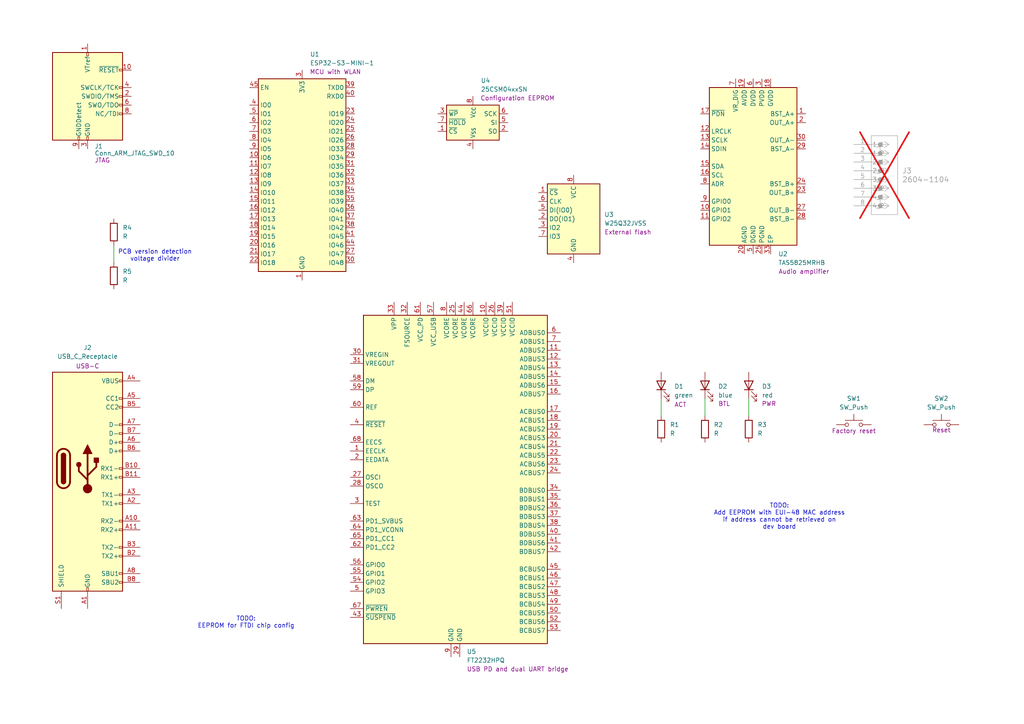
<source format=kicad_sch>
(kicad_sch (version 20231120) (generator "eeschema") (generator_version "8.0")
  (paper "A4")
  (title_block (title "soundbox"))
  (lib_symbols
    (symbol "Amplifier_Audio:TAS5825MRHB"
      (property "Reference" "U" (at -11.43 24.13 0))
      (property "Value" "TAS5825MRHB" (at 13.97 24.13 0))
      (symbol "TAS5825MRHB_0_1"
        (rectangle (start -12.7 22.86) (end 12.7 -22.86) (stroke (width 0.254)) (fill (type background)))
      )
      (symbol "TAS5825MRHB_1_1"
        (pin passive line (at 15.24 15.24 180) (length 2.54) (name "BST_A+") (number "1"))
        (pin bidirectional line (at -15.24 -12.7 0) (length 2.54) (name "GPIO1") (number "10"))
        (pin bidirectional line (at -15.24 -15.24 0) (length 2.54) (name "GPIO2") (number "11"))
        (pin input line (at -15.24 10.16 0) (length 2.54) (name "LRCLK") (number "12"))
        (pin input line (at -15.24 7.62 0) (length 2.54) (name "SCLK") (number "13"))
        (pin input line (at -15.24 5.08 0) (length 2.54) (name "SDIN") (number "14"))
        (pin bidirectional line (at -15.24 0 0) (length 2.54) (name "SDA") (number "15"))
        (pin input line (at -15.24 -2.54 0) (length 2.54) (name "SCL") (number "16"))
        (pin input line (at -15.24 15.24 0) (length 2.54) (name "~{PDN}") (number "17"))
        (pin passive line (at 5.08 25.4 270) (length 2.54) (name "GVDD") (number "18"))
        (pin passive line (at -2.54 25.4 270) (length 2.54) (name "AVDD") (number "19"))
        (pin output line (at 15.24 12.7 180) (length 2.54) (name "OUT_A+") (number "2"))
        (pin power_in line (at -2.54 -25.4 90) (length 2.54) (name "AGND") (number "20"))
        (pin passive line (at 2.54 25.4 270) (length 2.54) hide (name "PVDD") (number "21"))
        (pin passive line (at 2.54 25.4 270) (length 2.54) hide (name "PVDD") (number "22"))
        (pin output line (at 15.24 -7.62 180) (length 2.54) (name "OUT_B+") (number "23"))
        (pin passive line (at 15.24 -5.08 180) (length 2.54) (name "BST_B+") (number "24"))
        (pin power_in line (at 2.54 -25.4 90) (length 2.54) (name "PGND") (number "25"))
        (pin passive line (at 2.54 -25.4 90) (length 2.54) hide (name "PGND") (number "26"))
        (pin output line (at 15.24 -12.7 180) (length 2.54) (name "OUT_B-") (number "27"))
        (pin passive line (at 15.24 -15.24 180) (length 2.54) (name "BST_B-") (number "28"))
        (pin passive line (at 15.24 5.08 180) (length 2.54) (name "BST_A-") (number "29"))
        (pin power_in line (at 2.54 25.4 270) (length 2.54) (name "PVDD") (number "3"))
        (pin output line (at 15.24 7.62 180) (length 2.54) (name "OUT_A-") (number "30"))
        (pin passive line (at 2.54 -25.4 90) (length 2.54) hide (name "PGND") (number "31"))
        (pin passive line (at 2.54 -25.4 90) (length 2.54) hide (name "PGND") (number "32"))
        (pin passive line (at 5.08 -25.4 90) (length 2.54) (name "EP") (number "33"))
        (pin passive line (at 2.54 25.4 270) (length 2.54) hide (name "PVDD") (number "4"))
        (pin power_in line (at 0 -25.4 90) (length 2.54) (name "DGND") (number "5"))
        (pin power_in line (at 0 25.4 270) (length 2.54) (name "DVDD") (number "6"))
        (pin passive line (at -5.08 25.4 270) (length 2.54) (name "VR_DIG") (number "7"))
        (pin passive line (at -15.24 -5.08 0) (length 2.54) (name "ADR") (number "8"))
        (pin bidirectional line (at -15.24 -10.16 0) (length 2.54) (name "GPIO0") (number "9"))
      )
    )
    (symbol "Connector:Conn_ARM_JTAG_SWD_10" (pin_names (offset 1.016))
      (property "Reference" "J" (at -2.54 16.51 0))
      (property "Value" "Conn_ARM_JTAG_SWD_10" (at -2.54 13.97 0))
      (symbol "Conn_ARM_JTAG_SWD_10_0_1"
        (rectangle (start -10.16 12.7) (end 10.16 -12.7) (stroke (width 0.254)) (fill (type background)))
        (rectangle (start -2.794 -12.7) (end -2.286 -11.684))
        (rectangle (start -0.254 -12.7) (end 0.254 -11.684))
        (rectangle (start -0.254 12.7) (end 0.254 11.684))
        (rectangle (start 9.144 2.286) (end 10.16 2.794))
        (rectangle (start 10.16 -2.794) (end 9.144 -2.286))
        (rectangle (start 10.16 -0.254) (end 9.144 0.254))
        (rectangle (start 10.16 7.874) (end 9.144 7.366))
      )
      (symbol "Conn_ARM_JTAG_SWD_10_1_1"
        (rectangle (start 9.144 -5.334) (end 10.16 -4.826))
        (pin power_in line (at 0 15.24 270) (length 2.54) (name "VTref") (number "1"))
        (pin open_collector line (at 12.7 7.62 180) (length 2.54) (name "~{RESET}") (number "10"))
        (pin bidirectional line (at 12.7 0 180) (length 2.54) (name "SWDIO/TMS") (number "2"))
        (pin power_in line (at 0 -15.24 90) (length 2.54) (name "GND") (number "3"))
        (pin output line (at 12.7 2.54 180) (length 2.54) (name "SWCLK/TCK") (number "4"))
        (pin passive line (at 0 -15.24 90) (length 2.54) hide (name "GND") (number "5"))
        (pin input line (at 12.7 -2.54 180) (length 2.54) (name "SWO/TDO") (number "6"))
        (pin no_connect line (at -10.16 0 0) (length 2.54) hide (name "KEY") (number "7"))
        (pin output line (at 12.7 -5.08 180) (length 2.54) (name "NC/TDI") (number "8"))
        (pin passive line (at -2.54 -15.24 90) (length 2.54) (name "GNDDetect") (number "9"))
      )
    )
    (symbol "Connector:USB_C_Receptacle" (pin_names (offset 1.016))
      (property "Reference" "J" (at -10.16 29.21 0))
      (property "Value" "USB_C_Receptacle" (at 10.16 29.21 0))
      (symbol "USB_C_Receptacle_0_0"
        (rectangle (start -0.254 -35.56) (end 0.254 -34.544))
        (rectangle (start 10.16 -32.766) (end 9.144 -33.274))
        (rectangle (start 10.16 -30.226) (end 9.144 -30.734))
        (rectangle (start 10.16 -25.146) (end 9.144 -25.654))
        (rectangle (start 10.16 -22.606) (end 9.144 -23.114))
        (rectangle (start 10.16 -17.526) (end 9.144 -18.034))
        (rectangle (start 10.16 -14.986) (end 9.144 -15.494))
        (rectangle (start 10.16 -9.906) (end 9.144 -10.414))
        (rectangle (start 10.16 -7.366) (end 9.144 -7.874))
        (rectangle (start 10.16 -2.286) (end 9.144 -2.794))
        (rectangle (start 10.16 0.254) (end 9.144 -0.254))
        (rectangle (start 10.16 5.334) (end 9.144 4.826))
        (rectangle (start 10.16 7.874) (end 9.144 7.366))
        (rectangle (start 10.16 10.414) (end 9.144 9.906))
        (rectangle (start 10.16 12.954) (end 9.144 12.446))
        (rectangle (start 10.16 18.034) (end 9.144 17.526))
        (rectangle (start 10.16 20.574) (end 9.144 20.066))
        (rectangle (start 10.16 25.654) (end 9.144 25.146))
      )
      (symbol "USB_C_Receptacle_0_1"
        (rectangle (start -10.16 27.94) (end 10.16 -35.56) (stroke (width 0.254)) (fill (type background)))
        (arc (start -8.89 -3.81) (mid -6.985 -5.7067) (end -5.08 -3.81) (stroke (width 0.508)))
        (arc (start -7.62 -3.81) (mid -6.985 -4.4423) (end -6.35 -3.81) (stroke (width 0.254)))
        (arc (start -7.62 -3.81) (mid -6.985 -4.4423) (end -6.35 -3.81) (stroke (width 0.254)) (fill (type outline)))
        (rectangle (start -7.62 -3.81) (end -6.35 3.81) (stroke (width 0.254)) (fill (type outline)))
        (arc (start -6.35 3.81) (mid -6.985 4.4423) (end -7.62 3.81) (stroke (width 0.254)))
        (arc (start -6.35 3.81) (mid -6.985 4.4423) (end -7.62 3.81) (stroke (width 0.254)) (fill (type outline)))
        (arc (start -5.08 3.81) (mid -6.985 5.7067) (end -8.89 3.81) (stroke (width 0.508)))
        (polyline (pts (xy -8.89 -3.81) (xy -8.89 3.81)) (stroke (width 0.508)))
        (polyline (pts (xy -5.08 3.81) (xy -5.08 -3.81)) (stroke (width 0.508)))
      )
      (symbol "USB_C_Receptacle_1_1"
        (circle (center -2.54 1.143) (radius 0.635) (stroke (width 0.254)) (fill (type outline)))
        (circle (center 0 -5.842) (radius 1.27) (fill (type outline)))
        (polyline (pts (xy 0 -5.842) (xy 0 4.318)) (stroke (width 0.508)))
        (polyline (pts (xy 0 -3.302) (xy -2.54 -0.762) (xy -2.54 0.508)) (stroke (width 0.508)))
        (polyline (pts (xy 0 -2.032) (xy 2.54 0.508) (xy 2.54 1.778)) (stroke (width 0.508)))
        (polyline (pts (xy -1.27 4.318) (xy 0 6.858) (xy 1.27 4.318) (xy -1.27 4.318)) (stroke (width 0.254)) (fill (type outline)))
        (rectangle (start 1.905 1.778) (end 3.175 3.048) (stroke (width 0.254)) (fill (type outline)))
        (pin passive line (at 0 -40.64 90) (length 5.08) (name "GND") (number "A1"))
        (pin bidirectional line (at 15.24 -15.24 180) (length 5.08) (name "RX2-") (number "A10"))
        (pin bidirectional line (at 15.24 -17.78 180) (length 5.08) (name "RX2+") (number "A11"))
        (pin passive line (at 0 -40.64 90) (length 5.08) hide (name "GND") (number "A12"))
        (pin bidirectional line (at 15.24 -10.16 180) (length 5.08) (name "TX1+") (number "A2"))
        (pin bidirectional line (at 15.24 -7.62 180) (length 5.08) (name "TX1-") (number "A3"))
        (pin passive line (at 15.24 25.4 180) (length 5.08) (name "VBUS") (number "A4"))
        (pin bidirectional line (at 15.24 20.32 180) (length 5.08) (name "CC1") (number "A5"))
        (pin bidirectional line (at 15.24 7.62 180) (length 5.08) (name "D+") (number "A6"))
        (pin bidirectional line (at 15.24 12.7 180) (length 5.08) (name "D-") (number "A7"))
        (pin bidirectional line (at 15.24 -30.48 180) (length 5.08) (name "SBU1") (number "A8"))
        (pin passive line (at 15.24 25.4 180) (length 5.08) hide (name "VBUS") (number "A9"))
        (pin passive line (at 0 -40.64 90) (length 5.08) hide (name "GND") (number "B1"))
        (pin bidirectional line (at 15.24 0 180) (length 5.08) (name "RX1-") (number "B10"))
        (pin bidirectional line (at 15.24 -2.54 180) (length 5.08) (name "RX1+") (number "B11"))
        (pin passive line (at 0 -40.64 90) (length 5.08) hide (name "GND") (number "B12"))
        (pin bidirectional line (at 15.24 -25.4 180) (length 5.08) (name "TX2+") (number "B2"))
        (pin bidirectional line (at 15.24 -22.86 180) (length 5.08) (name "TX2-") (number "B3"))
        (pin passive line (at 15.24 25.4 180) (length 5.08) hide (name "VBUS") (number "B4"))
        (pin bidirectional line (at 15.24 17.78 180) (length 5.08) (name "CC2") (number "B5"))
        (pin bidirectional line (at 15.24 5.08 180) (length 5.08) (name "D+") (number "B6"))
        (pin bidirectional line (at 15.24 10.16 180) (length 5.08) (name "D-") (number "B7"))
        (pin bidirectional line (at 15.24 -33.02 180) (length 5.08) (name "SBU2") (number "B8"))
        (pin passive line (at 15.24 25.4 180) (length 5.08) hide (name "VBUS") (number "B9"))
        (pin passive line (at -7.62 -40.64 90) (length 5.08) (name "SHIELD") (number "S1"))
      )
    )
    (symbol "Device:LED" (pin_numbers hide) (pin_names (offset 1.016) hide)
      (property "Reference" "D" (at 0 2.54 0))
      (property "Value" "LED" (at 0 -2.54 0))
      (symbol "LED_0_1"
        (polyline (pts (xy -1.27 -1.27) (xy -1.27 1.27)) (stroke (width 0.254)))
        (polyline (pts (xy -1.27 0) (xy 1.27 0)))
        (polyline (pts (xy 1.27 -1.27) (xy 1.27 1.27) (xy -1.27 0) (xy 1.27 -1.27)) (stroke (width 0.254)))
        (polyline (pts (xy -3.048 -0.762) (xy -4.572 -2.286) (xy -3.81 -2.286) (xy -4.572 -2.286) (xy -4.572 -1.524)))
        (polyline (pts (xy -1.778 -0.762) (xy -3.302 -2.286) (xy -2.54 -2.286) (xy -3.302 -2.286) (xy -3.302 -1.524)))
      )
      (symbol "LED_1_1"
        (pin passive line (at -3.81 0 0) (length 2.54) (name "K") (number "1"))
        (pin passive line (at 3.81 0 180) (length 2.54) (name "A") (number "2"))
      )
    )
    (symbol "Device:R" (pin_numbers hide) (pin_names (offset 0))
      (property "Reference" "R" (at 2.032 0 90))
      (property "Value" "R" (at 0 0 90))
      (symbol "R_0_1"
        (rectangle (start -1.016 -2.54) (end 1.016 2.54) (stroke (width 0.254)))
      )
      (symbol "R_1_1"
        (pin passive line (at 0 3.81 270) (length 1.27) (name "~") (number "1"))
        (pin passive line (at 0 -3.81 90) (length 1.27) (name "~") (number "2"))
      )
    )
    (symbol "Memory_EEPROM:25CSM04xxSN"
      (property "Reference" "U3" (at 1.9559 8.89 0))
      (property "Value" "25CSM04xxSN" (at 1.9559 6.35 0))
      (symbol "25CSM04xxSN_1_1"
        (rectangle (start -7.62 5.08) (end 7.62 -5.08) (stroke (width 0.254)) (fill (type background)))
        (pin input line (at -10.16 -2.54 0) (length 2.54) (name "~{CS}") (number "1"))
        (pin tri_state line (at 10.16 -2.54 180) (length 2.54) (name "SO") (number "2"))
        (pin input line (at -10.16 2.54 0) (length 2.54) (name "~{WP}") (number "3"))
        (pin power_in line (at 0 -7.62 90) (length 2.54) (name "V_{SS}") (number "4"))
        (pin input line (at 10.16 0 180) (length 2.54) (name "SI") (number "5"))
        (pin input line (at 10.16 2.54 180) (length 2.54) (name "SCK") (number "6"))
        (pin input line (at -10.16 0 0) (length 2.54) (name "~{HOLD}") (number "7"))
        (pin power_in line (at 0 7.62 270) (length 2.54) (name "V_{CC}") (number "8"))
      )
    )
    (symbol "Memory_Flash:W25Q32JVSS"
      (property "Reference" "U" (at -6.35 11.43 0))
      (property "Value" "W25Q32JVSS" (at 7.62 11.43 0))
      (symbol "W25Q32JVSS_0_1"
        (rectangle (start -7.62 10.16) (end 7.62 -10.16) (stroke (width 0.254)) (fill (type background)))
      )
      (symbol "W25Q32JVSS_1_1"
        (pin input line (at -10.16 7.62 0) (length 2.54) (name "~{CS}") (number "1"))
        (pin bidirectional line (at -10.16 0 0) (length 2.54) (name "DO(IO1)") (number "2"))
        (pin bidirectional line (at -10.16 -2.54 0) (length 2.54) (name "IO2") (number "3"))
        (pin power_in line (at 0 -12.7 90) (length 2.54) (name "GND") (number "4"))
        (pin bidirectional line (at -10.16 2.54 0) (length 2.54) (name "DI(IO0)") (number "5"))
        (pin input line (at -10.16 5.08 0) (length 2.54) (name "CLK") (number "6"))
        (pin bidirectional line (at -10.16 -5.08 0) (length 2.54) (name "IO3") (number "7"))
        (pin power_in line (at 0 12.7 270) (length 2.54) (name "VCC") (number "8"))
      )
    )
    (symbol "RF_Module:ESP32-S3-MINI-1"
      (property "Reference" "U" (at -11.43 29.21 0))
      (property "Value" "ESP32-S3-MINI-1" (at 12.7 29.21 0))
      (symbol "ESP32-S3-MINI-1_0_1"
        (rectangle (start -12.7 27.94) (end 12.7 -27.94) (stroke (width 0.254)) (fill (type background)))
      )
      (symbol "ESP32-S3-MINI-1_1_1"
        (pin power_in line (at 0 -30.48 90) (length 2.54) (name "GND") (number "1"))
        (pin bidirectional line (at -15.24 5.08 0) (length 2.54) (name "IO6") (number "10"))
        (pin bidirectional line (at -15.24 2.54 0) (length 2.54) (name "IO7") (number "11"))
        (pin bidirectional line (at -15.24 0 0) (length 2.54) (name "IO8") (number "12"))
        (pin bidirectional line (at -15.24 -2.54 0) (length 2.54) (name "IO9") (number "13"))
        (pin bidirectional line (at -15.24 -5.08 0) (length 2.54) (name "IO10") (number "14"))
        (pin bidirectional line (at -15.24 -7.62 0) (length 2.54) (name "IO11") (number "15"))
        (pin bidirectional line (at -15.24 -10.16 0) (length 2.54) (name "IO12") (number "16"))
        (pin bidirectional line (at -15.24 -12.7 0) (length 2.54) (name "IO13") (number "17"))
        (pin bidirectional line (at -15.24 -15.24 0) (length 2.54) (name "IO14") (number "18"))
        (pin bidirectional line (at -15.24 -17.78 0) (length 2.54) (name "IO15") (number "19"))
        (pin passive line (at 0 -30.48 90) (length 2.54) hide (name "GND") (number "2"))
        (pin bidirectional line (at -15.24 -20.32 0) (length 2.54) (name "IO16") (number "20"))
        (pin bidirectional line (at -15.24 -22.86 0) (length 2.54) (name "IO17") (number "21"))
        (pin bidirectional line (at -15.24 -25.4 0) (length 2.54) (name "IO18") (number "22"))
        (pin bidirectional line (at 15.24 17.78 180) (length 2.54) (name "IO19") (number "23"))
        (pin bidirectional line (at 15.24 15.24 180) (length 2.54) (name "IO20") (number "24"))
        (pin bidirectional line (at 15.24 12.7 180) (length 2.54) (name "IO21") (number "25"))
        (pin bidirectional line (at 15.24 10.16 180) (length 2.54) (name "IO26") (number "26"))
        (pin bidirectional line (at 15.24 -22.86 180) (length 2.54) (name "IO47") (number "27"))
        (pin bidirectional line (at 15.24 7.62 180) (length 2.54) (name "IO33") (number "28"))
        (pin bidirectional line (at 15.24 5.08 180) (length 2.54) (name "IO34") (number "29"))
        (pin power_in line (at 0 30.48 270) (length 2.54) (name "3V3") (number "3"))
        (pin bidirectional line (at 15.24 -25.4 180) (length 2.54) (name "IO48") (number "30"))
        (pin bidirectional line (at 15.24 2.54 180) (length 2.54) (name "IO35") (number "31"))
        (pin bidirectional line (at 15.24 0 180) (length 2.54) (name "IO36") (number "32"))
        (pin bidirectional line (at 15.24 -2.54 180) (length 2.54) (name "IO37") (number "33"))
        (pin bidirectional line (at 15.24 -5.08 180) (length 2.54) (name "IO38") (number "34"))
        (pin bidirectional line (at 15.24 -7.62 180) (length 2.54) (name "IO39") (number "35"))
        (pin bidirectional line (at 15.24 -10.16 180) (length 2.54) (name "IO40") (number "36"))
        (pin bidirectional line (at 15.24 -12.7 180) (length 2.54) (name "IO41") (number "37"))
        (pin bidirectional line (at 15.24 -15.24 180) (length 2.54) (name "IO42") (number "38"))
        (pin bidirectional line (at 15.24 25.4 180) (length 2.54) (name "TXD0") (number "39"))
        (pin bidirectional line (at -15.24 20.32 0) (length 2.54) (name "IO0") (number "4"))
        (pin bidirectional line (at 15.24 22.86 180) (length 2.54) (name "RXD0") (number "40"))
        (pin bidirectional line (at 15.24 -17.78 180) (length 2.54) (name "IO45") (number "41"))
        (pin passive line (at 0 -30.48 90) (length 2.54) hide (name "GND") (number "42"))
        (pin passive line (at 0 -30.48 90) (length 2.54) hide (name "GND") (number "43"))
        (pin bidirectional line (at 15.24 -20.32 180) (length 2.54) (name "IO46") (number "44"))
        (pin input line (at -15.24 25.4 0) (length 2.54) (name "EN") (number "45"))
        (pin passive line (at 0 -30.48 90) (length 2.54) hide (name "GND") (number "46"))
        (pin passive line (at 0 -30.48 90) (length 2.54) hide (name "GND") (number "47"))
        (pin passive line (at 0 -30.48 90) (length 2.54) hide (name "GND") (number "48"))
        (pin passive line (at 0 -30.48 90) (length 2.54) hide (name "GND") (number "49"))
        (pin bidirectional line (at -15.24 17.78 0) (length 2.54) (name "IO1") (number "5"))
        (pin passive line (at 0 -30.48 90) (length 2.54) hide (name "GND") (number "50"))
        (pin passive line (at 0 -30.48 90) (length 2.54) hide (name "GND") (number "51"))
        (pin passive line (at 0 -30.48 90) (length 2.54) hide (name "GND") (number "52"))
        (pin passive line (at 0 -30.48 90) (length 2.54) hide (name "GND") (number "53"))
        (pin passive line (at 0 -30.48 90) (length 2.54) hide (name "GND") (number "54"))
        (pin passive line (at 0 -30.48 90) (length 2.54) hide (name "GND") (number "55"))
        (pin passive line (at 0 -30.48 90) (length 2.54) hide (name "GND") (number "56"))
        (pin passive line (at 0 -30.48 90) (length 2.54) hide (name "GND") (number "57"))
        (pin passive line (at 0 -30.48 90) (length 2.54) hide (name "GND") (number "58"))
        (pin passive line (at 0 -30.48 90) (length 2.54) hide (name "GND") (number "59"))
        (pin bidirectional line (at -15.24 15.24 0) (length 2.54) (name "IO2") (number "6"))
        (pin passive line (at 0 -30.48 90) (length 2.54) hide (name "GND") (number "60"))
        (pin passive line (at 0 -30.48 90) (length 2.54) hide (name "GND") (number "61"))
        (pin passive line (at 0 -30.48 90) (length 2.54) hide (name "GND") (number "62"))
        (pin passive line (at 0 -30.48 90) (length 2.54) hide (name "GND") (number "63"))
        (pin passive line (at 0 -30.48 90) (length 2.54) hide (name "GND") (number "64"))
        (pin passive line (at 0 -30.48 90) (length 2.54) hide (name "GND") (number "65"))
        (pin bidirectional line (at -15.24 12.7 0) (length 2.54) (name "IO3") (number "7"))
        (pin bidirectional line (at -15.24 10.16 0) (length 2.54) (name "IO4") (number "8"))
        (pin bidirectional line (at -15.24 7.62 0) (length 2.54) (name "IO5") (number "9"))
      )
    )
    (symbol "Switch:SW_Push" (pin_numbers hide) (pin_names (offset 1.016) hide)
      (property "Reference" "SW" (at 1.27 2.54 0))
      (property "Value" "SW_Push" (at 0 -1.524 0))
      (symbol "SW_Push_0_1"
        (circle (center -2.032 0) (radius 0.508))
        (polyline (pts (xy 0 1.27) (xy 0 3.048)))
        (polyline (pts (xy 2.54 1.27) (xy -2.54 1.27)))
        (circle (center 2.032 0) (radius 0.508))
        (pin passive line (at -5.08 0 0) (length 2.54) (name "1") (number "1"))
        (pin passive line (at 5.08 0 180) (length 2.54) (name "2") (number "2"))
      )
    )
    (symbol "Ultra_Librarian:2604-1104" (pin_names (offset 0.254))
      (property "Reference" "J" (at 8.89 6.35 0))
      (property "Value" "2604-1104" (at 0 0 0))
      (symbol "2604-1104_1_1"
        (polyline (pts (xy 5.08 -20.32) (xy 12.7 -20.32)) (stroke (width 0.127)))
        (polyline (pts (xy 5.08 2.54) (xy 5.08 -20.32)) (stroke (width 0.127)))
        (polyline (pts (xy 7.62 -15.24) (xy 7.62 -17.78)) (stroke (width 0.127)))
        (polyline (pts (xy 7.62 -10.16) (xy 7.62 -12.7)) (stroke (width 0.127)))
        (polyline (pts (xy 7.62 -5.08) (xy 7.62 -7.62)) (stroke (width 0.127)))
        (polyline (pts (xy 7.62 0) (xy 7.62 -2.54)) (stroke (width 0.127)))
        (polyline (pts (xy 10.16 -17.78) (xy 5.08 -17.78)) (stroke (width 0.127)))
        (polyline (pts (xy 10.16 -17.78) (xy 8.89 -18.6267)) (stroke (width 0.127)))
        (polyline (pts (xy 10.16 -17.78) (xy 8.89 -16.9333)) (stroke (width 0.127)))
        (polyline (pts (xy 10.16 -15.24) (xy 5.08 -15.24)) (stroke (width 0.127)))
        (polyline (pts (xy 10.16 -15.24) (xy 8.89 -16.0867)) (stroke (width 0.127)))
        (polyline (pts (xy 10.16 -15.24) (xy 8.89 -14.3933)) (stroke (width 0.127)))
        (polyline (pts (xy 10.16 -12.7) (xy 5.08 -12.7)) (stroke (width 0.127)))
        (polyline (pts (xy 10.16 -12.7) (xy 8.89 -13.5467)) (stroke (width 0.127)))
        (polyline (pts (xy 10.16 -12.7) (xy 8.89 -11.8533)) (stroke (width 0.127)))
        (polyline (pts (xy 10.16 -10.16) (xy 5.08 -10.16)) (stroke (width 0.127)))
        (polyline (pts (xy 10.16 -10.16) (xy 8.89 -11.0067)) (stroke (width 0.127)))
        (polyline (pts (xy 10.16 -10.16) (xy 8.89 -9.3133)) (stroke (width 0.127)))
        (polyline (pts (xy 10.16 -7.62) (xy 5.08 -7.62)) (stroke (width 0.127)))
        (polyline (pts (xy 10.16 -7.62) (xy 8.89 -8.4667)) (stroke (width 0.127)))
        (polyline (pts (xy 10.16 -7.62) (xy 8.89 -6.7733)) (stroke (width 0.127)))
        (polyline (pts (xy 10.16 -5.08) (xy 5.08 -5.08)) (stroke (width 0.127)))
        (polyline (pts (xy 10.16 -5.08) (xy 8.89 -5.9267)) (stroke (width 0.127)))
        (polyline (pts (xy 10.16 -5.08) (xy 8.89 -4.2333)) (stroke (width 0.127)))
        (polyline (pts (xy 10.16 -2.54) (xy 5.08 -2.54)) (stroke (width 0.127)))
        (polyline (pts (xy 10.16 -2.54) (xy 8.89 -3.3867)) (stroke (width 0.127)))
        (polyline (pts (xy 10.16 -2.54) (xy 8.89 -1.6933)) (stroke (width 0.127)))
        (polyline (pts (xy 10.16 0) (xy 5.08 0)) (stroke (width 0.127)))
        (polyline (pts (xy 10.16 0) (xy 8.89 -0.8467)) (stroke (width 0.127)))
        (polyline (pts (xy 10.16 0) (xy 8.89 0.8467)) (stroke (width 0.127)))
        (polyline (pts (xy 12.7 -20.32) (xy 12.7 2.54)) (stroke (width 0.127)))
        (polyline (pts (xy 12.7 2.54) (xy 5.08 2.54)) (stroke (width 0.127)))
        (circle (center 7.62 -17.78) (radius 0.127) (stroke (width 0.508)))
        (circle (center 7.62 -15.24) (radius 0.127) (stroke (width 0.508)))
        (circle (center 7.62 -12.7) (radius 0.127) (stroke (width 0.508)))
        (circle (center 7.62 -10.16) (radius 0.127) (stroke (width 0.508)))
        (circle (center 7.62 -7.62) (radius 0.127) (stroke (width 0.508)))
        (circle (center 7.62 -5.08) (radius 0.127) (stroke (width 0.508)))
        (circle (center 7.62 -2.54) (radius 0.127) (stroke (width 0.508)))
        (circle (center 7.62 0) (radius 0.127) (stroke (width 0.508)))
        (pin unspecified line (at 0 0 0) (length 5.08) (name "1_1") (number "1"))
        (pin unspecified line (at 0 -2.54 0) (length 5.08) (name "1_2") (number "2"))
        (pin unspecified line (at 0 -5.08 0) (length 5.08) (name "2_1") (number "3"))
        (pin unspecified line (at 0 -7.62 0) (length 5.08) (name "2_2") (number "4"))
        (pin unspecified line (at 0 -10.16 0) (length 5.08) (name "3_1") (number "5"))
        (pin unspecified line (at 0 -12.7 0) (length 5.08) (name "3_2") (number "6"))
        (pin unspecified line (at 0 -15.24 0) (length 5.08) (name "4_1") (number "7"))
        (pin unspecified line (at 0 -17.78 0) (length 5.08) (name "4_2") (number "8"))
      )
      (symbol "2604-1104_1_2"
        (polyline (pts (xy 5.08 -20.32) (xy 12.7 -20.32)) (stroke (width 0.127)))
        (polyline (pts (xy 5.08 2.54) (xy 5.08 -20.32)) (stroke (width 0.127)))
        (polyline (pts (xy 7.62 -15.24) (xy 7.62 -17.78)) (stroke (width 0.127)))
        (polyline (pts (xy 7.62 -10.16) (xy 7.62 -12.7)) (stroke (width 0.127)))
        (polyline (pts (xy 7.62 -5.08) (xy 7.62 -7.62)) (stroke (width 0.127)))
        (polyline (pts (xy 7.62 0) (xy 7.62 -2.54)) (stroke (width 0.127)))
        (polyline (pts (xy 10.16 -17.78) (xy 5.08 -17.78)) (stroke (width 0.127)))
        (polyline (pts (xy 10.16 -17.78) (xy 8.89 -18.6267)) (stroke (width 0.127)))
        (polyline (pts (xy 10.16 -17.78) (xy 8.89 -16.9333)) (stroke (width 0.127)))
        (polyline (pts (xy 10.16 -15.24) (xy 5.08 -15.24)) (stroke (width 0.127)))
        (polyline (pts (xy 10.16 -15.24) (xy 8.89 -16.0867)) (stroke (width 0.127)))
        (polyline (pts (xy 10.16 -15.24) (xy 8.89 -14.3933)) (stroke (width 0.127)))
        (polyline (pts (xy 10.16 -12.7) (xy 5.08 -12.7)) (stroke (width 0.127)))
        (polyline (pts (xy 10.16 -12.7) (xy 8.89 -13.5467)) (stroke (width 0.127)))
        (polyline (pts (xy 10.16 -12.7) (xy 8.89 -11.8533)) (stroke (width 0.127)))
        (polyline (pts (xy 10.16 -10.16) (xy 5.08 -10.16)) (stroke (width 0.127)))
        (polyline (pts (xy 10.16 -10.16) (xy 8.89 -11.0067)) (stroke (width 0.127)))
        (polyline (pts (xy 10.16 -10.16) (xy 8.89 -9.3133)) (stroke (width 0.127)))
        (polyline (pts (xy 10.16 -7.62) (xy 5.08 -7.62)) (stroke (width 0.127)))
        (polyline (pts (xy 10.16 -7.62) (xy 8.89 -8.4667)) (stroke (width 0.127)))
        (polyline (pts (xy 10.16 -7.62) (xy 8.89 -6.7733)) (stroke (width 0.127)))
        (polyline (pts (xy 10.16 -5.08) (xy 5.08 -5.08)) (stroke (width 0.127)))
        (polyline (pts (xy 10.16 -5.08) (xy 8.89 -5.9267)) (stroke (width 0.127)))
        (polyline (pts (xy 10.16 -5.08) (xy 8.89 -4.2333)) (stroke (width 0.127)))
        (polyline (pts (xy 10.16 -2.54) (xy 5.08 -2.54)) (stroke (width 0.127)))
        (polyline (pts (xy 10.16 -2.54) (xy 8.89 -3.3867)) (stroke (width 0.127)))
        (polyline (pts (xy 10.16 -2.54) (xy 8.89 -1.6933)) (stroke (width 0.127)))
        (polyline (pts (xy 10.16 0) (xy 5.08 0)) (stroke (width 0.127)))
        (polyline (pts (xy 10.16 0) (xy 8.89 -0.8467)) (stroke (width 0.127)))
        (polyline (pts (xy 10.16 0) (xy 8.89 0.8467)) (stroke (width 0.127)))
        (polyline (pts (xy 12.7 -20.32) (xy 12.7 2.54)) (stroke (width 0.127)))
        (polyline (pts (xy 12.7 2.54) (xy 5.08 2.54)) (stroke (width 0.127)))
        (circle (center 7.62 -17.78) (radius 0.127) (stroke (width 0.508)))
        (circle (center 7.62 -15.24) (radius 0.127) (stroke (width 0.508)))
        (circle (center 7.62 -12.7) (radius 0.127) (stroke (width 0.508)))
        (circle (center 7.62 -10.16) (radius 0.127) (stroke (width 0.508)))
        (circle (center 7.62 -7.62) (radius 0.127) (stroke (width 0.508)))
        (circle (center 7.62 -5.08) (radius 0.127) (stroke (width 0.508)))
        (circle (center 7.62 -2.54) (radius 0.127) (stroke (width 0.508)))
        (circle (center 7.62 0) (radius 0.127) (stroke (width 0.508)))
        (pin unspecified line (at 0 0 0) (length 5.08) (name "1_1") (number "1"))
        (pin unspecified line (at 0 -2.54 0) (length 5.08) (name "1_2") (number "2"))
        (pin unspecified line (at 0 -5.08 0) (length 5.08) (name "2_1") (number "3"))
        (pin unspecified line (at 0 -7.62 0) (length 5.08) (name "2_2") (number "4"))
        (pin unspecified line (at 0 -10.16 0) (length 5.08) (name "3_1") (number "5"))
        (pin unspecified line (at 0 -12.7 0) (length 5.08) (name "3_2") (number "6"))
        (pin unspecified line (at 0 -15.24 0) (length 5.08) (name "4_1") (number "7"))
        (pin unspecified line (at 0 -17.78 0) (length 5.08) (name "4_2") (number "8"))
      )
    )
    (symbol "xengineering:FT2232HPQ"
      (property "Reference" "U" (at 20.828 52.07 0))
      (property "Value" "FT2232HPQ" (at 25.654 49.53 0))
      (symbol "FT2232HPQ_0_1"
        (rectangle (start -26.67 46.99) (end 26.67 -48.26) (stroke (width 0.254)) (fill (type background)))
      )
      (symbol "FT2232HPQ_1_1"
        (pin output line (at -30.48 7.62 0) (length 3.81) (name "EECLK") (number "1"))
        (pin input line (at 8.89 50.8 270) (length 3.81) (name "VCCIO") (number "10"))
        (pin bidirectional line (at 30.48 36.83 180) (length 3.81) (name "ADBUS2") (number "11"))
        (pin bidirectional line (at 30.48 34.29 180) (length 3.81) (name "ADBUS3") (number "12"))
        (pin bidirectional line (at 30.48 31.75 180) (length 3.81) (name "ADBUS4") (number "13"))
        (pin bidirectional line (at 30.48 29.21 180) (length 3.81) (name "ADBUS5") (number "14"))
        (pin bidirectional line (at 30.48 26.67 180) (length 3.81) (name "ADBUS6") (number "15"))
        (pin bidirectional line (at 30.48 24.13 180) (length 3.81) (name "ADBUS7") (number "16"))
        (pin bidirectional line (at 30.48 19.05 180) (length 3.81) (name "ACBUS0") (number "17"))
        (pin bidirectional line (at 30.48 16.51 180) (length 3.81) (name "ACBUS1") (number "18"))
        (pin bidirectional line (at 30.48 13.97 180) (length 3.81) (name "ACBUS2") (number "19"))
        (pin bidirectional line (at -30.48 5.08 0) (length 3.81) (name "EEDATA") (number "2"))
        (pin bidirectional line (at 30.48 11.43 180) (length 3.81) (name "ACBUS3") (number "20"))
        (pin bidirectional line (at 30.48 8.89 180) (length 3.81) (name "ACBUS4") (number "21"))
        (pin bidirectional line (at 30.48 6.35 180) (length 3.81) (name "ACBUS5") (number "22"))
        (pin bidirectional line (at 30.48 3.81 180) (length 3.81) (name "ACBUS6") (number "23"))
        (pin bidirectional line (at 30.48 1.27 180) (length 3.81) (name "ACBUS7") (number "24"))
        (pin input line (at 0 50.8 270) (length 3.81) (name "VCORE") (number "25"))
        (pin input line (at 11.43 50.8 270) (length 3.81) (name "VCCIO") (number "26"))
        (pin input line (at -30.48 0 0) (length 3.81) (name "OSCI") (number "27"))
        (pin output line (at -30.48 -2.54 0) (length 3.81) (name "OSCO") (number "28"))
        (pin input line (at 1.27 -52.07 90) (length 3.81) (name "GND") (number "29"))
        (pin input line (at -30.48 -7.62 0) (length 3.81) (name "TEST") (number "3"))
        (pin input line (at -30.48 35.56 0) (length 3.81) (name "VREGIN") (number "30"))
        (pin output line (at -30.48 33.02 0) (length 3.81) (name "VREGOUT") (number "31"))
        (pin input line (at -13.97 50.8 270) (length 3.81) (name "FSOURCE") (number "32"))
        (pin input line (at -17.78 50.8 270) (length 3.81) (name "VPP") (number "33"))
        (pin bidirectional line (at 30.48 -3.81 180) (length 3.81) (name "BDBUS0") (number "34"))
        (pin bidirectional line (at 30.48 -6.35 180) (length 3.81) (name "BDBUS1") (number "35"))
        (pin bidirectional line (at 30.48 -8.89 180) (length 3.81) (name "BDBUS2") (number "36"))
        (pin bidirectional line (at 30.48 -11.43 180) (length 3.81) (name "BDBUS3") (number "37"))
        (pin bidirectional line (at 30.48 -13.97 180) (length 3.81) (name "BDBUS4") (number "38"))
        (pin input line (at 13.97 50.8 270) (length 3.81) (name "VCCIO") (number "39"))
        (pin input line (at -30.48 15.24 0) (length 3.81) (name "~{RESET}") (number "4"))
        (pin bidirectional line (at 30.48 -16.51 180) (length 3.81) (name "BDBUS5") (number "40"))
        (pin bidirectional line (at 30.48 -19.05 180) (length 3.81) (name "BDBUS6") (number "41"))
        (pin bidirectional line (at 30.48 -21.59 180) (length 3.81) (name "BDBUS7") (number "42"))
        (pin output line (at -30.48 -40.64 0) (length 3.81) (name "~{SUSPEND}") (number "43"))
        (pin input line (at 2.54 50.8 270) (length 3.81) (name "VCORE") (number "44"))
        (pin bidirectional line (at 30.48 -26.67 180) (length 3.81) (name "BCBUS0") (number "45"))
        (pin bidirectional line (at 30.48 -29.21 180) (length 3.81) (name "BCBUS1") (number "46"))
        (pin bidirectional line (at 30.48 -31.75 180) (length 3.81) (name "BCBUS2") (number "47"))
        (pin bidirectional line (at 30.48 -34.29 180) (length 3.81) (name "BCBUS3") (number "48"))
        (pin bidirectional line (at 30.48 -36.83 180) (length 3.81) (name "BCBUS4") (number "49"))
        (pin bidirectional line (at -30.48 -33.02 0) (length 3.81) (name "GPIO3") (number "5"))
        (pin bidirectional line (at 30.48 -39.37 180) (length 3.81) (name "BCBUS5") (number "50"))
        (pin input line (at 16.51 50.8 270) (length 3.81) (name "VCCIO") (number "51"))
        (pin bidirectional line (at 30.48 -41.91 180) (length 3.81) (name "BCBUS6") (number "52"))
        (pin bidirectional line (at 30.48 -44.45 180) (length 3.81) (name "BCBUS7") (number "53"))
        (pin bidirectional line (at -30.48 -30.48 0) (length 3.81) (name "GPIO2") (number "54"))
        (pin bidirectional line (at -30.48 -27.94 0) (length 3.81) (name "GPIO1") (number "55"))
        (pin bidirectional line (at -30.48 -25.4 0) (length 3.81) (name "GPIO0") (number "56"))
        (pin input line (at -6.35 50.8 270) (length 3.81) (name "VCC_USB") (number "57"))
        (pin bidirectional line (at -30.48 27.94 0) (length 3.81) (name "DM") (number "58"))
        (pin bidirectional line (at -30.48 25.4 0) (length 3.81) (name "DP") (number "59"))
        (pin bidirectional line (at 30.48 41.91 180) (length 3.81) (name "ADBUS0") (number "6"))
        (pin input line (at -30.48 20.32 0) (length 3.81) (name "REF") (number "60"))
        (pin input line (at -10.16 50.8 270) (length 3.81) (name "VCC_PD") (number "61"))
        (pin bidirectional line (at -30.48 -20.32 0) (length 3.81) (name "PD1_CC2") (number "62"))
        (pin input line (at -30.48 -12.7 0) (length 3.81) (name "PD1_SVBUS") (number "63"))
        (pin input line (at -30.48 -15.24 0) (length 3.81) (name "PD1_VCONN") (number "64"))
        (pin bidirectional line (at -30.48 -17.78 0) (length 3.81) (name "PD1_CC1") (number "65"))
        (pin input line (at 5.08 50.8 270) (length 3.81) (name "VCORE") (number "66"))
        (pin output line (at -30.48 -38.1 0) (length 3.81) (name "~{PWREN}") (number "67"))
        (pin bidirectional line (at -30.48 10.16 0) (length 3.81) (name "EECS") (number "68"))
        (pin bidirectional line (at 30.48 39.37 180) (length 3.81) (name "ADBUS1") (number "7"))
        (pin input line (at -2.54 50.8 270) (length 3.81) (name "VCORE") (number "8"))
        (pin input line (at -1.27 -52.07 90) (length 3.81) (name "GND") (number "9"))
      )
    )
  )
  (wire (pts (xy 191.77 115.57) (xy 191.77 120.65)))
  (wire (pts (xy 33.02 71.12) (xy 33.02 76.2)))
  (wire (pts (xy 204.47 115.57) (xy 204.47 120.65)))
  (wire (pts (xy 217.17 115.57) (xy 217.17 120.65)))
  (text "TODO:\nAdd EEPROM with EUI-48 MAC address\nif address cannot be retrieved on\ndev board" (at 226.06 149.86 0) (effects (font (size 1.27 1.27))))
  (text "TODO:\nEEPROM for FTDI chip config" (at 71.374 180.594 0) (effects (font (size 1.27 1.27))))
  (text "PCB version detection\nvoltage divider" (at 44.958 74.168 0) (effects (font (size 1.27 1.27))))
  (symbol (lib_id "RF_Module:ESP32-S3-MINI-1") (at 87.63 50.8 0) (unit 1)
    (property "Reference" "U1" (at 89.916 15.748 0) (effects (justify left)))
    (property "Value" "ESP32-S3-MINI-1" (at 89.916 18.288 0) (effects (justify left)))
    (property "Footprint" "RF_Module:ESP32-S2-MINI-1" (effects (hide yes)))
    (property "Datasheet" "https://www.espressif.com/sites/default/files/documentation/esp32-s3-mini-1_mini-1u_datasheet_en.pdf" (effects (hide yes)))
    (property "Description" "MCU with WLAN" (at 97.282 20.828 0))
    (property "MPN" "ESP32-S3-MINI-1-N8" (effects (hide yes)))
    (property "Manufacturer" "Espressif Systems" (effects (hide yes)))
  )
  (symbol (lib_id "Memory_Flash:W25Q32JVSS") (at 166.37 63.5 0) (unit 1)
    (property "Reference" "U3" (at 175.26 62.2299 0) (effects (justify left)))
    (property "Value" "W25Q32JVSS" (at 175.26 64.7699 0) (effects (justify left)))
    (property "Footprint" "Package_SO:SOIC-8_5.23x5.23mm_P1.27mm" (effects (hide yes)))
    (property "Datasheet" "http://www.winbond.com/resource-files/w25q32jv%20revg%2003272018%20plus.pdf" (effects (hide yes)))
    (property "Description" "External flash" (at 182.118 67.31 0))
  )
  (symbol (lib_id "Connector:Conn_ARM_JTAG_SWD_10") (at 25.4 27.94 0) (unit 1)
    (property "Reference" "J1" (at 27.432 42.418 0) (effects (justify left)))
    (property "Value" "Conn_ARM_JTAG_SWD_10" (at 27.432 44.45 0) (effects (justify left)))
    (property "Datasheet" "https://mm.digikey.com/Volume0/opasdata/d220001/medias/docus/6209/ftsh-1xx-xx-xxx-dv-xxx-xxx-x-xx-mkt.pdf" (effects (hide yes)))
    (property "Description" "JTAG" (at 27.432 46.482 0) (effects (justify left)))
    (property "MPN" "FTSH-105-01-L-DV-K-TR" (effects (hide yes)))
    (property "Manufacturer" "samtec" (effects (hide yes)))
  )
  (symbol (lib_id "Switch:SW_Push") (at 273.05 123.19 0) (unit 1)
    (property "Reference" "SW2" (at 273.05 115.57 0))
    (property "Value" "SW_Push" (at 273.05 118.11 0))
    (property "Footprint" "Button_Switch_SMD:SW_SPST_TL3305A" (effects (hide yes)))
    (property "Description" "Reset" (at 273.05 124.714 0))
  )
  (symbol (lib_id "Ultra_Librarian:2604-1104") (at 247.65 41.91 0) (unit 1) (dnp yes)
    (property "Reference" "J3" (at 261.62 49.5299 0) (effects (font (size 1.524 1.524)) (justify left)))
    (property "Value" "2604-1104" (at 261.62 52.0699 0) (effects (font (size 1.524 1.524)) (justify left)))
    (property "Footprint" "CONN4_2604-1104_WAG" (effects (hide yes)))
    (property "Datasheet" "2604-1104" (effects (hide yes)))
    (property "Description" "Speaker" (effects (hide yes)))
    (property "Manufacturer" "WAGO" (effects (hide yes)))
    (property "MPN" "2604-1104" (effects (hide yes)))
  )
  (symbol (lib_id "Device:R") (at 217.17 124.46 0) (unit 1)
    (property "Reference" "R3" (at 219.71 123.1899 0) (effects (justify left)))
    (property "Value" "R" (at 219.71 125.7299 0) (effects (justify left)))
    (property "Footprint" "Resistor_SMD:R_0603_1608Metric" (effects (hide yes)))
    (property "Description" "Resistor" (effects (hide yes)))
  )
  (symbol (lib_id "Connector:USB_C_Receptacle") (at 25.4 135.89 0) (unit 1)
    (property "Reference" "J2" (at 25.4 100.838 0))
    (property "Value" "USB_C_Receptacle" (at 25.4 103.378 0))
    (property "Datasheet" "https://cdn.amphenol-cs.com/media/wysiwyg/files/documentation/datasheet/inputoutput/io_usb_3_2_type_c.pdf" (effects (hide yes)))
    (property "Description" "USB-C" (at 25.4 106.172 0))
    (property "MPN" "12401610E4#2A" (effects (hide yes)))
    (property "Manufacturer" "Amphenol ICC" (effects (hide yes)))
  )
  (symbol (lib_id "Switch:SW_Push") (at 247.65 123.19 0) (unit 1)
    (property "Reference" "SW1" (at 247.65 115.57 0))
    (property "Value" "SW_Push" (at 247.65 118.11 0))
    (property "Footprint" "Button_Switch_SMD:SW_SPST_TL3305A" (effects (hide yes)))
    (property "Description" "Factory reset" (at 247.65 124.968 0))
  )
  (symbol (lib_id "Memory_EEPROM:25CSM04xxSN") (at 137.16 35.56 0) (unit 1)
    (property "Reference" "U4" (at 139.446 23.368 0) (effects (justify left)))
    (property "Value" "25CSM04xxSN" (at 139.446 25.908 0) (effects (justify left)))
    (property "Footprint" "Package_SO:SOIC-8_3.9x4.9mm_P1.27mm" (effects (hide yes)))
    (property "Datasheet" "https://ww1.microchip.com/downloads/aemDocuments/documents/MPD/ProductDocuments/DataSheets/25CSM04-4-Mbit-SPI-Serial-EEPROM-With-128-Bit-Serial-Number-and-Enhanced-Write-Protection-20005817C.pdf" (effects (hide yes)))
    (property "Description" "Configuration EEPROM" (at 150.114 28.448 0))
  )
  (symbol (lib_id "Device:R") (at 204.47 124.46 0) (unit 1)
    (property "Reference" "R2" (at 207.01 123.1899 0) (effects (justify left)))
    (property "Value" "R" (at 207.01 125.7299 0) (effects (justify left)))
    (property "Footprint" "Resistor_SMD:R_0603_1608Metric" (effects (hide yes)))
    (property "Description" "Resistor" (effects (hide yes)))
  )
  (symbol (lib_id "Amplifier_Audio:TAS5825MRHB") (at 218.44 48.26 0) (unit 1)
    (property "Reference" "U2" (at 225.7141 73.66 0) (effects (justify left)))
    (property "Value" "TAS5825MRHB" (at 225.7141 76.2 0) (effects (justify left)))
    (property "Footprint" "Package_DFN_QFN:VQFN-32-1EP_5x5mm_P0.5mm_EP3.1x3.1mm" (effects (hide yes)))
    (property "Datasheet" "www.ti.com/lit/ds/symlink/tas5825m.pdf" (effects (hide yes)))
    (property "Description" "Audio amplifier" (at 233.172 78.74 0))
  )
  (symbol (lib_id "xengineering:FT2232HPQ") (at 132.08 138.43 0) (unit 1)
    (property "Reference" "U5" (at 135.382 188.976 0) (effects (justify left)))
    (property "Value" "FT2232HPQ" (at 135.382 191.516 0) (effects (justify left)))
    (property "Datasheet" "https://ftdichip.com/wp-content/uploads/2024/09/DS_FT2233HP.pdf" (effects (hide yes)))
    (property "Description" "USB PD and dual UART bridge" (at 135.382 194.056 0) (effects (justify left)))
  )
  (symbol (lib_id "Device:R") (at 33.02 80.01 0) (unit 1)
    (property "Reference" "R5" (at 35.56 78.7399 0) (effects (justify left)))
    (property "Value" "R" (at 35.56 81.2799 0) (effects (justify left)))
    (property "Footprint" "Resistor_SMD:R_0603_1608Metric" (effects (hide yes)))
    (property "Description" "Resistor" (effects (hide yes)))
  )
  (symbol (lib_id "Device:LED") (at 191.77 111.76 90) (unit 1)
    (property "Reference" "D1" (at 195.58 112.0774 90) (effects (justify right)))
    (property "Value" "green" (at 195.58 114.6174 90) (effects (justify right)))
    (property "Footprint" "LED_SMD:LED_1206_3216Metric" (effects (hide yes)))
    (property "Datasheet" "https://s3-us-west-2.amazonaws.com/catsy.557/Dialight_CBI_data_598-1206_Apr2018.pdf" (effects (hide yes)))
    (property "Description" "ACT" (at 197.358 117.348 90))
    (property "MPN" "598-8270-107F" (effects (hide yes)))
    (property "Manufacturer" "Dialight" (effects (hide yes)))
  )
  (symbol (lib_id "Device:R") (at 33.02 67.31 0) (unit 1)
    (property "Reference" "R4" (at 35.56 66.0399 0) (effects (justify left)))
    (property "Value" "R" (at 35.56 68.5799 0) (effects (justify left)))
    (property "Footprint" "Resistor_SMD:R_0603_1608Metric" (effects (hide yes)))
    (property "Description" "Resistor" (effects (hide yes)))
  )
  (symbol (lib_id "Device:R") (at 191.77 124.46 0) (unit 1)
    (property "Reference" "R1" (at 194.31 123.1899 0) (effects (justify left)))
    (property "Value" "R" (at 194.31 125.7299 0) (effects (justify left)))
    (property "Footprint" "Resistor_SMD:R_0603_1608Metric" (effects (hide yes)))
    (property "Description" "Resistor" (effects (hide yes)))
  )
  (symbol (lib_id "Device:LED") (at 217.17 111.76 90) (unit 1)
    (property "Reference" "D3" (at 220.98 112.0774 90) (effects (justify right)))
    (property "Value" "red" (at 220.98 114.6174 90) (effects (justify right)))
    (property "Footprint" "LED_SMD:LED_1206_3216Metric" (effects (hide yes)))
    (property "Datasheet" "https://s3-us-west-2.amazonaws.com/catsy.557/Dialight_CBI_data_598-1206_Apr2018.pdf" (effects (hide yes)))
    (property "Description" "PWR" (at 223.012 117.094 90))
    (property "MPN" "598-8210-107F" (effects (hide yes)))
    (property "Manufacturer" "Dialight" (effects (hide yes)))
  )
  (symbol (lib_id "Device:LED") (at 204.47 111.76 90) (unit 1)
    (property "Reference" "D2" (at 208.28 112.0774 90) (effects (justify right)))
    (property "Value" "blue" (at 208.28 114.6174 90) (effects (justify right)))
    (property "Footprint" "LED_SMD:LED_1206_3216Metric" (effects (hide yes)))
    (property "Datasheet" "https://s3-us-west-2.amazonaws.com/catsy.557/Dialight_CBI_data_598-1206_Apr2018.pdf" (effects (hide yes)))
    (property "Description" "BTL" (at 210.058 117.094 90))
    (property "MPN" "598-8291-107F " (effects (hide yes)))
    (property "Manufacturer" "Dialight" (effects (hide yes)))
  )
)
</source>
